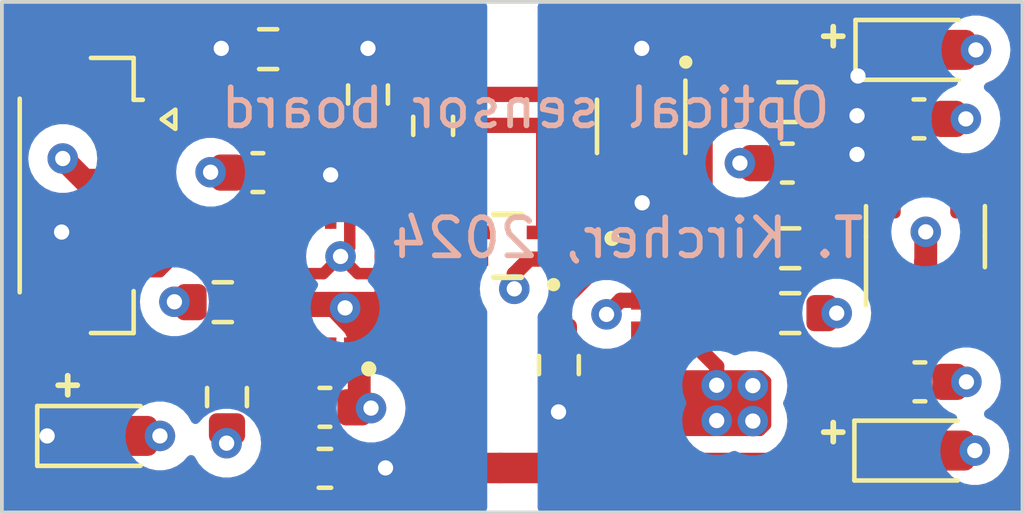
<source format=kicad_pcb>
(kicad_pcb (version 20240108) (generator "pcbnew") (generator_version "8.0")
  (layers (0 "F.Cu" signal) (1 "In1.Cu" signal) (2 "In2.Cu" signal) (31 "B.Cu" signal) (34 "B.Paste" user) (35 "F.Paste" user) (36 "B.SilkS" user "B.Silkscreen") (37 "F.SilkS" user "F.Silkscreen") (38 "B.Mask" user) (39 "F.Mask" user) (44 "Edge.Cuts" user))
  (net 0 "")
  (net 1 "+3V3")
  (net 2 "GNDD")
  (net 3 "Net-(U1-VDDA)")
  (net 4 "GNDA")
  (net 5 "+1V8")
  (net 6 "SCL_1v8")
  (net 7 "SDA_3v3")
  (net 8 "SDA_1v8")
  (net 9 "SCL_3v3")
  (net 10 "Net-(U1-REXT)")
  (net 11 "Net-(U2-INT)")
  (net 12 "Net-(U2-GPIO)")
  (net 13 "Net-(D1-K)")
  (net 15 "SCL_3v3_jumper")
  (net 16 "READY")
  (net 17 "SYN")
  (footprint "Capacitor_Tantalum_SMD:CP_EIA-2012-12_Kemet-R" (layer "F.Cu") (at 155.3144 73.279)
    (property "Reference" "C6" (hide yes))
    (property "Value" "4.7uF" (hide yes))
    (fp_line (start -1.71 -0.785) (end -1.71 0.785) (stroke (width 0.12)) (layer "F.SilkS"))
    (fp_line (start -1.71 0.785) (end 1 0.785) (stroke (width 0.12)) (layer "F.SilkS"))
    (fp_line (start 1 -0.785) (end -1.71 -0.785) (stroke (width 0.12)) (layer "F.SilkS"))
    (pad "1" smd roundrect (at -0.8875 0) (size 1.125 1.05) (layers "F.Cu" "F.Paste" "F.Mask") (roundrect_rratio 0.238095) (net 5 "+1V8"))
    (pad "2" smd roundrect (at 0.8875 0) (size 1.125 1.05) (layers "F.Cu" "F.Paste" "F.Mask") (roundrect_rratio 0.238095) (net 2 "GNDD"))
  )
  (footprint "Resistor_SMD:R_0603_1608Metric" (layer "F.Cu") (at 138.19 73.26 180)
    (property "Reference" "R8" (hide yes))
    (property "Value" "2.2k" (hide yes))
    (fp_line (start -0.237258 0.5225) (end 0.237258 0.5225) (stroke (width 0.12)) (layer "F.SilkS"))
    (fp_line (start -0.237258 -0.5225) (end 0.237258 -0.5225) (stroke (width 0.12)) (layer "F.SilkS"))
    (pad "1" smd roundrect (at -0.825 0 180) (size 0.8 0.95) (layers "F.Cu" "F.Paste" "F.Mask") (net 9 "SCL_3v3"))
    (pad "2" smd roundrect (at 0.825 0 180) (size 0.8 0.95) (layers "F.Cu" "F.Paste" "F.Mask") (net 1 "+3V3"))
  )
  (footprint "Resistor_SMD:R_0603_1608Metric" (layer "F.Cu") (at 140.81 74.45 90)
    (property "Reference" "R7" (hide yes))
    (property "Value" "2.2k" (hide yes))
    (fp_line (start -0.237258 -0.5225) (end 0.237258 -0.5225) (stroke (width 0.12)) (layer "F.SilkS"))
    (fp_line (start -0.237258 0.5225) (end 0.237258 0.5225) (stroke (width 0.12)) (layer "F.SilkS"))
    (pad "1" smd roundrect (at -0.825 0 90) (size 0.8 0.95) (layers "F.Cu" "F.Paste" "F.Mask") (net 7 "SDA_3v3"))
    (pad "2" smd roundrect (at 0.825 0 90) (size 0.8 0.95) (layers "F.Cu" "F.Paste" "F.Mask") (net 1 "+3V3"))
  )
  (footprint "Wearable_sensors:VEML6040A3OG" (layer "F.Cu") (at 144.47 78.42 180)
    (property "Reference" "LED1" (hide yes))
    (property "Value" "VEML6040A3OG" (hide yes))
    (fp_line (start 0.356873 -0.8255) (end -0.356873 -0.8255) (stroke (width 0.1524)) (layer "F.SilkS"))
    (fp_line (start -0.356873 0.8255) (end 0.356873 0.8255) (stroke (width 0.1524)) (layer "F.SilkS"))
    (pad "1" smd rect (at -0.950001 -0.349999 180) (size 0.889 0.3556) (layers "F.Cu" "F.Paste" "F.Mask") (net 2 "GNDD"))
    (pad "2" smd rect (at -0.950001 0.349999 180) (size 0.889 0.3556) (layers "F.Cu" "F.Paste" "F.Mask") (net 7 "SDA_3v3"))
    (pad "3" smd rect (at 0.899001 0.349999 180) (size 0.9906 0.3556) (layers "F.Cu" "F.Paste" "F.Mask") (net 15 "SCL_3v3_jumper"))
    (pad "4" smd rect (at 0.950001 -0.349999 180) (size 0.889 0.3556) (layers "F.Cu" "F.Paste" "F.Mask") (net 1 "+3V3"))
  )
  (footprint "Package_TO_SOT_SMD:SOT-23-5" (layer "F.Cu") (at 155.44 78.18 90)
    (property "Reference" "U3" (hide yes))
    (property "Value" "LP3990" (hide yes))
    (fp_line (start 0 -1.56) (end 0.8 -1.56) (stroke (width 0.12)) (layer "F.SilkS"))
    (fp_line (start 0 -1.56) (end -1.8 -1.56) (stroke (width 0.12)) (layer "F.SilkS"))
    (fp_line (start 0 1.56) (end 0.8 1.56) (stroke (width 0.12)) (layer "F.SilkS"))
    (fp_line (start 0 1.56) (end -0.8 1.56) (stroke (width 0.12)) (layer "F.SilkS"))
    (pad "1" smd roundrect (at -1.1375 -0.95 90) (size 1.325 0.6) (layers "F.Cu" "F.Paste" "F.Mask") (net 1 "+3V3"))
    (pad "2" smd roundrect (at -1.1375 0 90) (size 1.325 0.6) (layers "F.Cu" "F.Paste" "F.Mask") (net 2 "GNDD"))
    (pad "3" smd roundrect (at -1.1375 0.95 90) (size 1.325 0.6) (layers "F.Cu" "F.Paste" "F.Mask") (net 1 "+3V3"))
    (pad "4" smd roundrect (at 1.1375 0.95 90) (size 1.325 0.6) (layers "F.Cu" "F.Paste" "F.Mask"))
    (pad "5" smd roundrect (at 1.1375 -0.95 90) (size 1.325 0.6) (layers "F.Cu" "F.Paste" "F.Mask") (net 5 "+1V8"))
  )
  (footprint "Capacitor_Tantalum_SMD:CP_EIA-2012-12_Kemet-R" (layer "F.Cu") (at 133.84 83.41)
    (property "Reference" "C8" (hide yes))
    (property "Value" "4.7uF" (hide yes))
    (fp_line (start -1.71 -0.785) (end -1.71 0.785) (stroke (width 0.12)) (layer "F.SilkS"))
    (fp_line (start -1.71 0.785) (end 1 0.785) (stroke (width 0.12)) (layer "F.SilkS"))
    (fp_line (start 1 -0.785) (end -1.71 -0.785) (stroke (width 0.12)) (layer "F.SilkS"))
    (pad "1" smd roundrect (at -0.8875 0) (size 1.125 1.05) (layers "F.Cu" "F.Paste" "F.Mask") (roundrect_rratio 0.238095) (net 1 "+3V3"))
    (pad "2" smd roundrect (at 0.8875 0) (size 1.125 1.05) (layers "F.Cu" "F.Paste" "F.Mask") (roundrect_rratio 0.238095) (net 2 "GNDD"))
  )
  (footprint "Resistor_SMD:R_0603_1608Metric" (layer "F.Cu") (at 137.11 82.39 -90)
    (property "Reference" "R1" (hide yes))
    (property "Value" "3.3M" (hide yes))
    (fp_line (start -0.237258 0.5225) (end 0.237258 0.5225) (stroke (width 0.12)) (layer "F.SilkS"))
    (fp_line (start -0.237258 -0.5225) (end 0.237258 -0.5225) (stroke (width 0.12)) (layer "F.SilkS"))
    (pad "1" smd roundrect (at -0.825 0 270) (size 0.8 0.95) (layers "F.Cu" "F.Paste" "F.Mask") (net 10 "Net-(U1-REXT)"))
    (pad "2" smd roundrect (at 0.825 0 270) (size 0.8 0.95) (layers "F.Cu" "F.Paste" "F.Mask") (net 4 "GNDA"))
  )
  (footprint "Resistor_SMD:R_0603_1608Metric" (layer "F.Cu") (at 151.8154 74.6506)
    (property "Reference" "R5" (hide yes))
    (property "Value" "2.2k" (hide yes))
    (fp_line (start -0.237258 -0.5225) (end 0.237258 -0.5225) (stroke (width 0.12)) (layer "F.SilkS"))
    (fp_line (start -0.237258 0.5225) (end 0.237258 0.5225) (stroke (width 0.12)) (layer "F.SilkS"))
    (pad "1" smd roundrect (at -0.825 0) (size 0.8 0.95) (layers "F.Cu" "F.Paste" "F.Mask") (net 8 "SDA_1v8"))
    (pad "2" smd roundrect (at 0.825 0) (size 0.8 0.95) (layers "F.Cu" "F.Paste" "F.Mask") (net 5 "+1V8"))
  )
  (footprint "Inductor_SMD:L_0603_1608Metric" (layer "F.Cu") (at 139.68 84.26 180)
    (property "Reference" "FB1" (hide yes))
    (property "Value" "Ferrite" (hide yes))
    (fp_line (start -0.162779 0.51) (end 0.162779 0.51) (stroke (width 0.12)) (layer "F.SilkS"))
    (fp_line (start -0.162779 -0.51) (end 0.162779 -0.51) (stroke (width 0.12)) (layer "F.SilkS"))
    (pad "1" smd roundrect (at -0.7875 0 180) (size 0.875 0.95) (layers "F.Cu" "F.Paste" "F.Mask") (net 1 "+3V3"))
    (pad "2" smd roundrect (at 0.7875 0 180) (size 0.875 0.95) (layers "F.Cu" "F.Paste" "F.Mask") (net 3 "Net-(U1-VDDA)"))
  )
  (footprint "Capacitor_SMD:C_0603_1608Metric" (layer "F.Cu") (at 155.2952 81.9912)
    (property "Reference" "C3" (hide yes))
    (property "Value" "1uF" (hide yes))
    (fp_line (start -0.14058 -0.51) (end 0.14058 -0.51) (stroke (width 0.12)) (layer "F.SilkS"))
    (fp_line (start -0.14058 0.51) (end 0.14058 0.51) (stroke (width 0.12)) (layer "F.SilkS"))
    (pad "1" smd roundrect (at -0.775 0) (size 0.9 0.95) (layers "F.Cu" "F.Paste" "F.Mask") (net 1 "+3V3"))
    (pad "2" smd roundrect (at 0.775 0) (size 0.9 0.95) (layers "F.Cu" "F.Paste" "F.Mask") (net 2 "GNDD"))
  )
  (footprint "Package_TO_SOT_SMD:SOT-363_SC-70-6" (layer "F.Cu") (at 147.98 75.2856 -90)
    (property "Reference" "Q1" (hide yes))
    (property "Value" "BSS138" (hide yes))
    (fp_line (start -0.7 1.16) (end 0.7 1.16) (stroke (width 0.12)) (layer "F.SilkS"))
    (fp_line (start 0.7 -1.16) (end -1.2 -1.16) (stroke (width 0.12)) (layer "F.SilkS"))
    (pad "1" smd rect (at -0.95 -0.65 270) (size 0.65 0.4) (layers "F.Cu" "F.Paste" "F.Mask") (net 8 "SDA_1v8"))
    (pad "2" smd rect (at -0.95 0 270) (size 0.65 0.4) (layers "F.Cu" "F.Paste" "F.Mask") (net 5 "+1V8"))
    (pad "3" smd rect (at -0.95 0.65 270) (size 0.65 0.4) (layers "F.Cu" "F.Paste" "F.Mask") (net 9 "SCL_3v3"))
    (pad "4" smd rect (at 0.95 0.65 270) (size 0.65 0.4) (layers "F.Cu" "F.Paste" "F.Mask") (net 6 "SCL_1v8"))
    (pad "5" smd rect (at 0.95 0 270) (size 0.65 0.4) (layers "F.Cu" "F.Paste" "F.Mask") (net 5 "+1V8"))
    (pad "6" smd rect (at 0.95 -0.65 270) (size 0.65 0.4) (layers "F.Cu" "F.Paste" "F.Mask") (net 7 "SDA_3v3"))
  )
  (footprint "Resistor_SMD:R_0603_1608Metric" (layer "F.Cu") (at 151.8916 80.1878 180)
    (property "Reference" "R4" (hide yes))
    (property "Value" "10k" (hide yes))
    (fp_line (start -0.237258 0.5225) (end 0.237258 0.5225) (stroke (width 0.12)) (layer "F.SilkS"))
    (fp_line (start -0.237258 -0.5225) (end 0.237258 -0.5225) (stroke (width 0.12)) (layer "F.SilkS"))
    (pad "1" smd roundrect (at -0.825 0 180) (size 0.8 0.95) (layers "F.Cu" "F.Paste" "F.Mask") (net 2 "GNDD"))
    (pad "2" smd roundrect (at 0.825 0 180) (size 0.8 0.95) (layers "F.Cu" "F.Paste" "F.Mask") (net 12 "Net-(U2-GPIO)"))
  )
  (footprint "Resistor_SMD:R_0603_1608Metric" (layer "F.Cu") (at 151.8916 78.486)
    (property "Reference" "R3" (hide yes))
    (property "Value" "10k" (hide yes))
    (fp_line (start -0.237258 -0.5225) (end 0.237258 -0.5225) (stroke (width 0.12)) (layer "F.SilkS"))
    (fp_line (start -0.237258 0.5225) (end 0.237258 0.5225) (stroke (width 0.12)) (layer "F.SilkS"))
    (pad "1" smd roundrect (at -0.825 0) (size 0.8 0.95) (layers "F.Cu" "F.Paste" "F.Mask") (net 11 "Net-(U2-INT)"))
    (pad "2" smd roundrect (at 0.825 0) (size 0.8 0.95) (layers "F.Cu" "F.Paste" "F.Mask") (net 5 "+1V8"))
  )
  (footprint "Connector_Hirose:Hirose_DF52-6S-0.8H_1x06-1MP_P0.80mm_Horizontal" (layer "F.Cu") (at 133.29 77.1 -90)
    (property "Reference" "J2" (hide yes))
    (property "Value" "Conn_01x06_Shielded" (hide yes))
    (fp_line (start -2.54 1.62) (end 2.54 1.62) (stroke (width 0.12)) (layer "F.SilkS"))
    (fp_line (start -3.61 -0.25) (end -3.61 -1.37) (stroke (width 0.12)) (layer "F.SilkS"))
    (fp_line (start 3.61 -0.25) (end 3.61 -1.37) (stroke (width 0.12)) (layer "F.SilkS"))
    (fp_line (start -3.61 -1.37) (end -2.51 -1.37) (stroke (width 0.12)) (layer "F.SilkS"))
    (fp_line (start -2.51 -1.37) (end -2.51 -1.61) (stroke (width 0.12)) (layer "F.SilkS"))
    (fp_line (start 3.61 -1.37) (end 2.51 -1.37) (stroke (width 0.12)) (layer "F.SilkS"))
    (fp_line (start -2 -2.11) (end -1.75 -2.463553) (stroke (width 0.12)) (layer "F.SilkS"))
    (fp_line (start -2.25 -2.463553) (end -2 -2.11) (stroke (width 0.12)) (layer "F.SilkS"))
    (fp_line (start -1.75 -2.463553) (end -2.25 -2.463553) (stroke (width 0.12)) (layer "F.SilkS"))
    (pad "1" smd roundrect (at -2 -1.11 270) (size 0.5 1) (layers "F.Cu" "F.Paste" "F.Mask") (net 9 "SCL_3v3"))
    (pad "2" smd roundrect (at -1.2 -1.11 270) (size 0.5 1) (layers "F.Cu" "F.Paste" "F.Mask") (net 7 "SDA_3v3"))
    (pad "3" smd roundrect (at -0.4 -1.11 270) (size 0.5 1) (layers "F.Cu" "F.Paste" "F.Mask") (net 2 "GNDD"))
    (pad "4" smd roundrect (at 0.4 -1.11 270) (size 0.5 1) (layers "F.Cu" "F.Paste" "F.Mask") (net 1 "+3V3"))
    (pad "5" smd roundrect (at 1.2 -1.11 270) (size 0.5 1) (layers "F.Cu" "F.Paste" "F.Mask") (net 16 "READY"))
    (pad "6" smd roundrect (at 2 -1.11 270) (size 0.5 1) (layers "F.Cu" "F.Paste" "F.Mask") (net 17 "SYN"))
    (pad "MP" smd roundrect (at -3.25 0.81 270) (size 0.9 1.6) (layers "F.Cu" "F.Paste" "F.Mask"))
    (pad "MP" smd roundrect (at 3.25 0.81 270) (size 0.9 1.6) (layers "F.Cu" "F.Paste" "F.Mask"))
  )
  (footprint "Wearable_sensors:AMS-OLGA16" (layer "F.Cu") (at 140.081 79.4004 180)
    (property "Reference" "U1" (hide yes))
    (property "Value" "AS7331" (hide yes))
    (fp_circle (center -0.75 -2.25) (end -0.65 -2.25) (stroke (width 0.2)) (fill none) (layer "F.SilkS"))
    (pad "1" smd roundrect (at -0.75 -1.575 180) (size 0.3 0.3) (layers "F.Cu" "F.Paste" "F.Mask") (roundrect_rratio 0) (chamfer_ratio 0.4) (chamfer bottom_right) (net 4 "GNDA") (clearance 0.1))
    (pad "2" smd rect (at -0.25 -1.575 180) (size 0.3 0.3) (layers "F.Cu" "F.Paste" "F.Mask") (net 4 "GNDA") (clearance 0.1))
    (pad "3" smd rect (at 0.25 -1.575 180) (size 0.3 0.3) (layers "F.Cu" "F.Paste" "F.Mask") (net 3 "Net-(U1-VDDA)") (clearance 0.1))
    (pad "4" smd rect (at 0.75 -1.575 180) (size 0.3 0.3) (layers "F.Cu" "F.Paste" "F.Mask") (net 10 "Net-(U1-REXT)") (clearance 0.1))
    (pad "5" smd rect (at 1.05 -0.75 180) (size 0.3 0.3) (layers "F.Cu" "F.Paste" "F.Mask") (net 4 "GNDA") (clearance 0.1))
    (pad "6" smd rect (at 1.05 -0.25 180) (size 0.3 0.3) (layers "F.Cu" "F.Paste" "F.Mask") (net 4 "GNDA") (clearance 0.1))
    (pad "7" smd rect (at 1.05 0.25 180) (size 0.3 0.3) (layers "F.Cu" "F.Paste" "F.Mask") (net 2 "GNDD") (clearance 0.1))
    (pad "8" smd rect (at 1.05 0.75 180) (size 0.3 0.3) (layers "F.Cu" "F.Paste" "F.Mask") (net 17 "SYN") (clearance 0.1))
    (pad "9" smd rect (at 0.75 1.575 180) (size 0.3 0.3) (layers "F.Cu" "F.Paste" "F.Mask") (net 16 "READY") (clearance 0.1))
    (pad "10" smd rect (at 0.25 1.575 180) (size 0.3 0.3) (layers "F.Cu" "F.Paste" "F.Mask") (net 1 "+3V3") (clearance 0.1))
    (pad "11" smd rect (at -0.25 1.575 180) (size 0.3 0.3) (layers "F.Cu" "F.Paste" "F.Mask") (net 2 "GNDD") (clearance 0.1))
    (pad "12" smd rect (at -0.75 1.575 180) (size 0.3 0.3) (layers "F.Cu" "F.Paste" "F.Mask") (net 7 "SDA_3v3") (clearance 0.1))
    (pad "13" smd rect (at -1.05 0.75 180) (size 0.3 0.3) (layers "F.Cu" "F.Paste" "F.Mask") (net 15 "SCL_3v3_jumper") (clearance 0.1))
    (pad "14" smd rect (at -1.05 0.25 180) (size 0.3 0.3) (layers "F.Cu" "F.Paste" "F.Mask") (net 2 "GNDD") (clearance 0.1))
    (pad "15" smd rect (at -1.05 -0.25 180) (size 0.3 0.3) (layers "F.Cu" "F.Paste" "F.Mask") (net 4 "GNDA") (clearance 0.1))
    (pad "16" smd rect (at -1.05 -0.75 180) (size 0.3 0.3) (layers "F.Cu" "F.Paste" "F.Mask") (net 4 "GNDA") (clearance 0.1))
  )
  (footprint "Capacitor_SMD:C_0603_1608Metric" (layer "F.Cu") (at 151.8154 76.2508 180)
    (property "Reference" "C5" (hide yes))
    (property "Value" "0.1uF" (hide yes))
    (fp_line (start -0.14058 0.51) (end 0.14058 0.51) (stroke (width 0.12)) (layer "F.SilkS"))
    (fp_line (start -0.14058 -0.51) (end 0.14058 -0.51) (stroke (width 0.12)) (layer "F.SilkS"))
    (pad "1" smd roundrect (at -0.775 0 180) (size 0.9 0.95) (layers "F.Cu" "F.Paste" "F.Mask") (net 5 "+1V8"))
    (pad "2" smd roundrect (at 0.775 0 180) (size 0.9 0.95) (layers "F.Cu" "F.Paste" "F.Mask") (net 2 "GNDD"))
  )
  (footprint "Wearable_sensors:Lumileds-LXZ2" (layer "F.Cu") (at 148.2848 82.55 -90)
    (property "Reference" "D1" (hide yes))
    (property "Value" "LED" (hide yes))
    (pad "1" smd roundrect (at -0.45 0.75 270) (size 0.55 0.35) (layers "F.Cu" "F.Paste" "F.Mask") (roundrect_rratio 0.2857142857) (net 13 "Net-(D1-K)"))
    (pad "2" smd roundrect (at 0.45 0.75 270) (size 0.55 0.35) (layers "F.Cu" "F.Paste" "F.Mask") (roundrect_rratio 0.2857142857) (net 1 "+3V3"))
    (pad "TH" smd roundrect (at 0 -0.3 270) (size 1.45 1.25) (property pad_prop_heatsink) (layers "F.Cu" "F.Mask") (roundrect_rratio 0.08) (net 2 "GNDD"))
  )
  (footprint "Capacitor_SMD:C_0603_1608Metric" (layer "F.Cu") (at 137.92 76.5 180)
    (property "Reference" "C1" (hide yes))
    (property "Value" "0.1uF" (hide yes))
    (fp_line (start -0.14058 0.51) (end 0.14058 0.51) (stroke (width 0.12)) (layer "F.SilkS"))
    (fp_line (start -0.14058 -0.51) (end 0.14058 -0.51) (stroke (width 0.12)) (layer "F.SilkS"))
    (pad "1" smd roundrect (at -0.775 0 180) (size 0.9 0.95) (layers "F.Cu" "F.Paste" "F.Mask") (net 1 "+3V3"))
    (pad "2" smd roundrect (at 0.775 0 180) (size 0.9 0.95) (layers "F.Cu" "F.Paste" "F.Mask") (net 2 "GNDD"))
  )
  (footprint "Resistor_SMD:R_0603_1608Metric" (layer "F.Cu") (at 142.5194 75.2724 90)
    (property "Reference" "R9" (hide yes))
    (property "Value" "0" (hide yes))
    (fp_line (start -0.237258 -0.5225) (end 0.237258 -0.5225) (stroke (width 0.12)) (layer "F.SilkS"))
    (fp_line (start -0.237258 0.5225) (end 0.237258 0.5225) (stroke (width 0.12)) (layer "F.SilkS"))
    (pad "1" smd roundrect (at -0.825 0 90) (size 0.8 0.95) (layers "F.Cu" "F.Paste" "F.Mask") (net 15 "SCL_3v3_jumper"))
    (pad "2" smd roundrect (at 0.825 0 90) (size 0.8 0.95) (layers "F.Cu" "F.Paste" "F.Mask") (net 9 "SCL_3v3"))
  )
  (footprint "Resistor_SMD:R_0603_1608Metric" (layer "F.Cu") (at 137 79.9)
    (property "Reference" "R2" (hide yes))
    (property "Value" "0" (hide yes))
    (fp_line (start -0.237258 -0.5225) (end 0.237258 -0.5225) (stroke (width 0.12)) (layer "F.SilkS"))
    (fp_line (start -0.237258 0.5225) (end 0.237258 0.5225) (stroke (width 0.12)) (layer "F.SilkS"))
    (pad "1" smd roundrect (at -0.825 0) (size 0.8 0.95) (layers "F.Cu" "F.Paste" "F.Mask") (net 2 "GNDD"))
    (pad "2" smd roundrect (at 0.825 0) (size 0.8 0.95) (layers "F.Cu" "F.Paste" "F.Mask") (net 4 "GNDA"))
  )
  (footprint "Wearable_sensors:AMS-OLGA8" (layer "F.Cu") (at 148.6404 79.4512 90)
    (property "Reference" "U2" (hide yes))
    (property "Value" "AS7343" (hide yes))
    (fp_circle (center 1.225 -1.425) (end 1.325 -1.425) (stroke (width 0.2)) (fill none) (layer "F.SilkS"))
    (pad "1" smd roundrect (at 1.2 -0.638 90) (size 0.488 0.575) (layers "F.Cu" "F.Paste" "F.Mask") (roundrect_rratio 0) (chamfer_ratio 0.4) (chamfer bottom_left) (net 5 "+1V8"))
    (pad "2" smd rect (at 0.4 -0.638 90) (size 0.488 0.575) (layers "F.Cu" "F.Paste" "F.Mask") (net 6 "SCL_1v8"))
    (pad "3" smd rect (at -0.4 -0.638 90) (size 0.488 0.575) (layers "F.Cu" "F.Paste" "F.Mask") (net 2 "GNDD"))
    (pad "4" smd rect (at -1.2 -0.638 90) (size 0.488 0.575) (layers "F.Cu" "F.Paste" "F.Mask") (net 13 "Net-(D1-K)"))
    (pad "5" smd rect (at -1.2 0.638 90) (size 0.488 0.575) (layers "F.Cu" "F.Paste" "F.Mask") (net 2 "GNDD"))
    (pad "6" smd rect (at -0.4 0.638 90) (size 0.488 0.575) (layers "F.Cu" "F.Paste" "F.Mask") (net 12 "Net-(U2-GPIO)"))
    (pad "7" smd rect (at 0.4 0.638 90) (size 0.488 0.575) (layers "F.Cu" "F.Paste" "F.Mask") (net 11 "Net-(U2-INT)"))
    (pad "8" smd rect (at 1.2 0.638 90) (size 0.488 0.575) (layers "F.Cu" "F.Paste" "F.Mask") (net 8 "SDA_1v8"))
  )
  (footprint "Capacitor_SMD:C_0603_1608Metric" (layer "F.Cu") (at 155.2698 75.09)
    (property "Reference" "C4" (hide yes))
    (property "Value" "1uF" (hide yes))
    (fp_line (start -0.14058 -0.51) (end 0.14058 -0.51) (stroke (width 0.12)) (layer "F.SilkS"))
    (fp_line (start -0.14058 0.51) (end 0.14058 0.51) (stroke (width 0.12)) (layer "F.SilkS"))
    (pad "1" smd roundrect (at -0.775 0) (size 0.9 0.95) (layers "F.Cu" "F.Paste" "F.Mask") (net 5 "+1V8"))
    (pad "2" smd roundrect (at 0.775 0) (size 0.9 0.95) (layers "F.Cu" "F.Paste" "F.Mask") (net 2 "GNDD"))
  )
  (footprint "Capacitor_Tantalum_SMD:CP_EIA-2012-12_Kemet-R" (layer "F.Cu") (at 155.2844 83.7946)
    (property "Reference" "C7" (hide yes))
    (property "Value" "4.7uF" (hide yes))
    (fp_line (start -1.71 -0.785) (end -1.71 0.785) (stroke (width 0.12)) (layer "F.SilkS"))
    (fp_line (start -1.71 0.785) (end 1 0.785) (stroke (width 0.12)) (layer "F.SilkS"))
    (fp_line (start 1 -0.785) (end -1.71 -0.785) (stroke (width 0.12)) (layer "F.SilkS"))
    (pad "1" smd roundrect (at -0.8875 0) (size 1.125 1.05) (layers "F.Cu" "F.Paste" "F.Mask") (roundrect_rratio 0.238095) (net 1 "+3V3"))
    (pad "2" smd roundrect (at 0.8875 0) (size 1.125 1.05) (layers "F.Cu" "F.Paste" "F.Mask") (roundrect_rratio 0.238095) (net 2 "GNDD"))
  )
  (footprint "Capacitor_SMD:C_0603_1608Metric" (layer "F.Cu") (at 139.68 82.66)
    (property "Reference" "C2" (hide yes))
    (property "Value" "0.1uF" (hide yes))
    (fp_line (start -0.14058 -0.51) (end 0.14058 -0.51) (stroke (width 0.12)) (layer "F.SilkS"))
    (fp_line (start -0.14058 0.51) (end 0.14058 0.51) (stroke (width 0.12)) (layer "F.SilkS"))
    (pad "1" smd roundrect (at -0.775 0) (size 0.9 0.95) (layers "F.Cu" "F.Paste" "F.Mask") (net 3 "Net-(U1-VDDA)"))
    (pad "2" smd roundrect (at 0.775 0) (size 0.9 0.95) (layers "F.Cu" "F.Paste" "F.Mask") (net 4 "GNDA"))
  )
  (footprint "Resistor_SMD:R_0603_1608Metric" (layer "F.Cu") (at 145.82 81.55 -90)
    (property "Reference" "R6" (hide yes))
    (property "Value" "2.2k" (hide yes))
    (fp_line (start -0.237258 0.5225) (end 0.237258 0.5225) (stroke (width 0.12)) (layer "F.SilkS"))
    (fp_line (start -0.237258 -0.5225) (end 0.237258 -0.5225) (stroke (width 0.12)) (layer "F.SilkS"))
    (pad "1" smd roundrect (at -0.825 0 270) (size 0.8 0.95) (layers "F.Cu" "F.Paste" "F.Mask") (net 6 "SCL_1v8"))
    (pad "2" smd roundrect (at 0.825 0 270) (size 0.8 0.95) (layers "F.Cu" "F.Paste" "F.Mask") (net 5 "+1V8"))
  )
  (gr_line (start 153.02 72.67) (end 153.02 73.17) (stroke (width 0.15)) (layer "F.SilkS"))
  (gr_line (start 152.77 83.31) (end 153.27 83.31) (stroke (width 0.15)) (layer "F.SilkS"))
  (gr_line (start 153.02 83.06) (end 153.02 83.56) (stroke (width 0.15)) (layer "F.SilkS"))
  (gr_line (start 132.68 82.08) (end 133.18 82.08) (stroke (width 0.15)) (layer "F.SilkS"))
  (gr_circle (center 149.15 73.6) (end 149.25 73.6) (stroke (width 0.15)) (fill solid) (layer "F.SilkS"))
  (gr_circle (center 145.68 79.44) (end 145.78 79.44) (stroke (width 0.15)) (fill solid) (layer "F.SilkS"))
  (gr_line (start 132.93 81.83) (end 132.93 82.33) (stroke (width 0.15)) (layer "F.SilkS"))
  (gr_line (start 152.77 72.92) (end 153.27 72.92) (stroke (width 0.15)) (layer "F.SilkS"))
  (gr_rect (start 131.2028 72.02) (end 157.9872 85.4188) (stroke (width 0.1)) (fill none) (layer "Edge.Cuts"))
  (gr_text "T. Kircher, 2024" (at 153.9 78.8 0) (layer "B.SilkS") (effects (font (size 1 1)) (justify left bottom mirror)))
  (gr_text "Optical sensor board" (at 153.02 75.39 0) (layer "B.SilkS") (effects (font (size 1 1)) (justify left bottom mirror)))
  (segment (start 154.3969 83.7946) (end 154.5244 83.6671) (width 0.8) (layer "F.Cu") (net 1))
  (segment (start 154.5244 83.6671) (end 154.5244 81.9954) (width 0.8) (layer "F.Cu") (net 1))
  (segment (start 153.9397 84.2518) (end 154.3969 83.7946) (width 0.8) (layer "F.Cu") (net 1))
  (segment (start 139.83 77.26) (end 139.831 77.261) (width 0.4) (layer "F.Cu") (net 1))
  (segment (start 136.98 73.26) (end 137.365 73.26) (width 0.6) (layer "F.Cu") (net 1))
  (segment (start 156.39 79.3175) (end 156.39 80.38) (width 0.4) (layer "F.Cu") (net 1))
  (segment (start 144.29 84.2518) (end 147.5228 84.2518) (width 0.8) (layer "F.Cu") (net 1))
  (segment (start 142.63 84.25) (end 142.63 79.27) (width 0.4) (layer "F.Cu") (net 1))
  (segment (start 147.5228 84.2518) (end 153.9397 84.2518) (width 0.8) (layer "F.Cu") (net 1))
  (segment (start 147.5348 84.2398) (end 147.5228 84.2518) (width 0.4) (layer "F.Cu") (net 1))
  (segment (start 139.83 76.56) (end 139.83 77.26) (width 0.4) (layer "F.Cu") (net 1))
  (segment (start 140.4675 84.26) (end 141.26 84.26) (width 0.6) (layer "F.Cu") (net 1))
  (segment (start 144.285 84.2468) (end 144.29 84.2518) (width 0.4) (layer "F.Cu") (net 1))
  (segment (start 147.5348 83) (end 147.5348 84.2398) (width 0.4) (layer "F.Cu") (net 1))
  (segment (start 142.63 79.27) (end 143.130001 78.769999) (width 0.4) (layer "F.Cu") (net 1))
  (segment (start 141.27 84.25) (end 142.63 84.25) (width 0.4) (layer "F.Cu") (net 1))
  (segment (start 133.33 77.5) (end 134.4 77.5) (width 0.6) (layer "F.Cu") (net 1))
  (segment (start 155.95 80.82) (end 154.49 80.82) (width 0.4) (layer "F.Cu") (net 1))
  (segment (start 132.77 78.06) (end 133.33 77.5) (width 0.6) (layer "F.Cu") (net 1))
  (segment (start 141.2718 84.2518) (end 144.29 84.2518) (width 0.8) (layer "F.Cu") (net 1))
  (segment (start 132.39 83.41) (end 132.9525 83.41) (width 0.6) (layer "F.Cu") (net 1))
  (segment (start 139.831 77.8254) (end 139.831 77.261) (width 0.3) (layer "F.Cu") (net 1))
  (segment (start 139.77 76.5) (end 139.83 76.56) (width 0.6) (layer "F.Cu") (net 1))
  (segment (start 156.39 80.38) (end 155.95 80.82) (width 0.4) (layer "F.Cu") (net 1))
  (segment (start 141.26 84.26) (end 141.27 84.25) (width 0.6) (layer "F.Cu") (net 1))
  (segment (start 138.695 76.5) (end 139.77 76.5) (width 0.6) (layer "F.Cu") (net 1))
  (segment (start 140.81 73.625) (end 140.81 73.24) (width 0.6) (layer "F.Cu") (net 1))
  (segment (start 154.49 79.3175) (end 154.49 81.961) (width 0.6) (layer "F.Cu") (net 1))
  (segment (start 141.27 84.25) (end 141.2718 84.2518) (width 0.8) (layer "F.Cu") (net 1))
  (segment (start 143.130001 78.769999) (end 143.519999 78.769999) (width 0.4) (layer "F.Cu") (net 1))
  (segment (start 154.5244 81.9954) (end 154.5202 81.9912) (width 0.8) (layer "F.Cu") (net 1))
  (segment (start 154.49 81.961) (end 154.5202 81.9912) (width 0.6) (layer "F.Cu") (net 1))
  (segment (start 136.96 73.24) (end 136.98 73.26) (width 0.6) (layer "F.Cu") (net 1))
  (via (at 141.27 84.25) (size 0.8) (drill 0.4) (layers "F.Cu" "B.Cu") (net 1))
  (via (at 132.39 83.41) (size 0.8) (drill 0.4) (layers "F.Cu" "B.Cu") (net 1))
  (via (at 140.81 73.24) (size 0.8) (drill 0.4) (layers "F.Cu" "B.Cu") (net 1))
  (via (at 132.77 78.06) (size 0.8) (drill 0.4) (layers "F.Cu" "B.Cu") (net 1))
  (via (at 136.96 73.24) (size 0.8) (drill 0.4) (layers "F.Cu" "B.Cu") (net 1))
  (via (at 139.83 76.56) (size 0.8) (drill 0.4) (layers "F.Cu" "B.Cu") (net 1))
  (segment (start 140.331 77.8254) (end 140.331 78.459) (width 0.3) (layer "F.Cu") (net 2))
  (segment (start 149.9612 81.5848) (end 149.2784 80.902) (width 0.4) (layer "F.Cu") (net 2))
  (segment (start 156.7344 83.7946) (end 156.1719 83.7946) (width 0.8) (layer "F.Cu") (net 2))
  (segment (start 147.07 80.22) (end 147.4388 79.8512) (width 0.4) (layer "F.Cu") (net 2))
  (segment (start 155.4476 78.0542) (end 155.4476 79.3099) (width 0.6) (layer "F.Cu") (net 2))
  (segment (start 153.1108 80.1878) (end 152.7166 80.1878) (width 0.6) (layer "F.Cu") (net 2))
  (segment (start 156.7634 73.279) (end 156.2019 73.279) (width 0.8) (layer "F.Cu") (net 2))
  (segment (start 141.131 79.1504) (end 140.5404 79.1504) (width 0.3) (layer "F.Cu") (net 2))
  (segment (start 149.2784 80.902) (end 149.2784 80.6512) (width 0.4) (layer "F.Cu") (net 2))
  (segment (start 136.68 76.49) (end 136.69 76.5) (width 0.6) (layer "F.Cu") (net 2))
  (segment (start 135.35 83.41) (end 134.7275 83.41) (width 0.6) (layer "F.Cu") (net 2))
  (segment (start 135.74 79.9) (end 136.175 79.9) (width 0.6) (layer "F.Cu") (net 2))
  (segment (start 135.73 79.89) (end 135.74 79.9) (width 0.6) (layer "F.Cu") (net 2))
  (segment (start 145.040001 78.769999) (end 145.420001 78.769999) (width 0.4) (layer "F.Cu") (net 2))
  (segment (start 140.5404 79.1504) (end 140.09 78.7) (width 0.3) (layer "F.Cu") (net 2))
  (segment (start 156.5 75.09) (end 156.0448 75.09) (width 0.6) (layer "F.Cu") (net 2))
  (segment (start 155.4476 79.3099) (end 155.44 79.3175) (width 0.6) (layer "F.Cu") (net 2))
  (segment (start 149.9612 82.08) (end 149.9612 81.5848) (width 0.4) (layer "F.Cu") (net 2))
  (segment (start 150.5708 76.2508) (end 151.0404 76.2508) (width 0.6) (layer "F.Cu") (net 2))
  (segment (start 132.8 76.13) (end 133.37 76.7) (width 0.6) (layer "F.Cu") (net 2))
  (segment (start 156.5144 81.9912) (end 156.0702 81.9912) (width 0.6) (layer "F.Cu") (net 2))
  (segment (start 156.7644 73.28) (end 156.7634 73.279) (width 0.8) (layer "F.Cu") (net 2))
  (segment (start 140.331 78.459) (end 140.09 78.7) (width 0.3) (layer "F.Cu") (net 2))
  (segment (start 144.65 79.55) (end 144.65 79.16) (width 0.4) (layer "F.Cu") (net 2))
  (segment (start 136.69 76.5) (end 137.145 76.5) (width 0.6) (layer "F.Cu") (net 2))
  (segment (start 147.4388 79.8512) (end 148.0024 79.8512) (width 0.4) (layer "F.Cu") (net 2))
  (segment (start 133.37 76.7) (end 134.4 76.7) (width 0.6) (layer "F.Cu") (net 2))
  (segment (start 144.65 79.16) (end 145.040001 78.769999) (width 0.4) (layer "F.Cu") (net 2))
  (segment (start 139.6396 79.1504) (end 140.09 78.7) (width 0.3) (layer "F.Cu") (net 2))
  (segment (start 139.031 79.1504) (end 139.6396 79.1504) (width 0.3) (layer "F.Cu") (net 2))
  (via (at 156.7344 83.7946) (size 0.8) (drill 0.4) (layers "F.Cu" "B.Cu") (net 2))
  (via (at 153.1108 80.1878) (size 0.8) (drill 0.4) (layers "F.Cu" "B.Cu") (net 2))
  (via (at 155.4476 78.0542) (size 0.8) (drill 0.4) (layers "F.Cu" "B.Cu") (net 2))
  (via (at 132.8 76.13) (size 0.8) (drill 0.4) (layers "F.Cu" "B.Cu") (net 2))
  (via (at 135.73 79.89) (size 0.8) (drill 0.4) (layers "F.Cu" "B.Cu") (net 2))
  (via (at 150.91 83.02) (size 0.8) (drill 0.4) (layers "F.Cu" "B.Cu") (net 2))
  (via (at 156.5144 81.9912) (size 0.8) (drill 0.4) (layers "F.Cu" "B.Cu") (net 2))
  (via (at 150.91 82.09) (size 0.8) (drill 0.4) (layers "F.Cu" "B.Cu") (net 2))
  (via (at 136.68 76.49) (size 0.8) (drill 0.4) (layers "F.Cu" "B.Cu") (net 2))
  (via (at 156.5 75.09) (size 0.8) (drill 0.4) (layers "F.Cu" "B.Cu") (net 2))
  (via (at 149.9612 83.0072) (size 0.8) (drill 0.4) (layers "F.Cu" "B.Cu") (net 2))
  (via (at 140.09 78.7) (size 0.8) (drill 0.4) (layers "F.Cu" "B.Cu") (net 2))
  (via (at 156.7644 73.28) (size 0.8) (drill 0.4) (layers "F.Cu" "B.Cu") (net 2))
  (via (at 135.35 83.41) (size 0.8) (drill 0.4) (layers "F.Cu" "B.Cu") (net 2))
  (via (at 144.65 79.55) (size 0.8) (drill 0.4) (layers "F.Cu" "B.Cu") (net 2))
  (via (at 149.9612 82.08) (size 0.8) (drill 0.4) (layers "F.Cu" "B.Cu") (net 2))
  (via (at 147.07 80.22) (size 0.8) (drill 0.4) (layers "F.Cu" "B.Cu") (net 2))
  (via (at 150.5708 76.2508) (size 0.8) (drill 0.4) (layers "F.Cu" "B.Cu") (net 2))
  (segment (start 138.8925 82.6725) (end 138.905 82.66) (width 0.6) (layer "F.Cu") (net 3))
  (segment (start 138.905 82.495) (end 138.905 82.66) (width 0.6) (layer "F.Cu") (net 3))
  (segment (start 138.8925 84.26) (end 138.8925 82.6725) (width 0.6) (layer "F.Cu") (net 3))
  (segment (start 139.792 81.72) (end 139.68 81.72) (width 0.3) (layer "F.Cu") (net 3))
  (segment (start 139.831 81.681) (end 139.792 81.72) (width 0.3) (layer "F.Cu") (net 3))
  (segment (start 139.831 80.9754) (end 139.831 81.681) (width 0.3) (layer "F.Cu") (net 3))
  (segment (start 139.68 81.72) (end 138.905 82.495) (width 0.6) (layer "F.Cu") (net 3))
  (segment (start 139.031 79.9) (end 139.031 80.1504) (width 0.3) (layer "F.Cu") (net 4))
  (segment (start 140.831 80.9754) (end 140.58 80.9754) (width 0.3) (layer "F.Cu") (net 4))
  (segment (start 140.58 80.9754) (end 140.331 80.9754) (width 0.3) (layer "F.Cu") (net 4))
  (segment (start 137.11 83.215) (end 137.11 83.59) (width 0.6) (layer "F.Cu") (net 4))
  (segment (start 139.031 79.6504) (end 139.031 79.9) (width 0.3) (layer "F.Cu") (net 4))
  (segment (start 137.825 79.9) (end 139.031 79.9) (width 0.6) (layer "F.Cu") (net 4))
  (segment (start 140.89 82.68) (end 140.475 82.68) (width 0.6) (layer "F.Cu") (net 4))
  (segment (start 140.58 80.9754) (end 140.58 82.535) (width 0.6) (layer "F.Cu") (net 4))
  (segment (start 137.11 83.59) (end 137.1 83.6) (width 0.6) (layer "F.Cu") (net 4))
  (segment (start 140.58 82.535) (end 140.455 82.66) (width 0.6) (layer "F.Cu") (net 4))
  (via (at 140.21 80.05) (size 0.8) (drill 0.4) (layers "F.Cu" "B.Cu") (net 4))
  (via (at 140.89 82.68) (size 0.8) (drill 0.4) (layers "F.Cu" "B.Cu") (net 4))
  (via (at 137.1 83.6) (size 0.8) (drill 0.4) (layers "F.Cu" "B.Cu") (net 4))
  (segment (start 154.4948 75.4256) (end 154.4948 75.09) (width 0.6) (layer "F.Cu") (net 5))
  (segment (start 154.4948 75.09) (end 154.4948 73.3469) (width 0.8) (layer "F.Cu") (net 5))
  (segment (start 147.9944 73.24) (end 147.98 73.2544) (width 0.4) (layer "F.Cu") (net 5))
  (segment (start 145.82 82.77) (end 145.82 82.375) (width 0.6) (layer "F.Cu") (net 5))
  (segment (start 148.0054 77.2922) (end 148.0024 77.2952) (width 0.4) (layer "F.Cu") (net 5))
  (segment (start 154.4948 73.3469) (end 154.4269 73.279) (width 0.8) (layer "F.Cu") (net 5))
  (segment (start 153.3821 77.0425) (end 154.49 77.0425) (width 0.6) (layer "F.Cu") (net 5))
  (segment (start 147.98 73.2544) (end 147.98 74.3356) (width 0.4) (layer "F.Cu") (net 5))
  (segment (start 154.49 77.0425) (end 154.4948 77.0377) (width 0.6) (layer "F.Cu") (net 5))
  (segment (start 147.98 76.2356) (end 147.98 77.2668) (width 0.4) (layer "F.Cu") (net 5))
  (segment (start 152.7166 76.377) (end 152.5904 76.2508) (width 0.6) (layer "F.Cu") (net 5))
  (segment (start 154.4948 77.0377) (end 154.4948 75.09) (width 0.6) (layer "F.Cu") (net 5))
  (segment (start 147.98 77.2668) (end 148.0054 77.2922) (width 0.4) (layer "F.Cu") (net 5))
  (segment (start 152.7166 78.486) (end 152.7166 76.377) (width 0.4) (layer "F.Cu") (net 5))
  (segment (start 145.81 82.78) (end 145.82 82.77) (width 0.6) (layer "F.Cu") (net 5))
  (segment (start 152.5904 76.2508) (end 153.3821 77.0425) (width 0.6) (layer "F.Cu") (net 5))
  (segment (start 148.0024 77.2952) (end 148.0024 78.2512) (width 0.4) (layer "F.Cu") (net 5))
  (via (at 145.81 82.78) (size 0.8) (drill 0.4) (layers "F.Cu" "B.Cu") (net 5))
  (via (at 153.6442 75.0062) (size 0.8) (drill 0.4) (layers "F.Cu" "B.Cu") (net 5))
  (via (at 153.6442 76.0222) (size 0.8) (drill 0.4) (layers "F.Cu" "B.Cu") (net 5))
  (via (at 153.6696 73.9648) (size 0.8) (drill 0.4) (layers "F.Cu" "B.Cu") (net 5))
  (via (at 147.9944 73.24) (size 0.8) (drill 0.4) (layers "F.Cu" "B.Cu") (net 5))
  (via (at 148.0054 77.2922) (size 0.8) (drill 0.4) (layers "F.Cu" "B.Cu") (net 5))
  (segment (start 147.33 76.2356) (end 147.33 76.5452) (width 0.4) (layer "F.Cu") (net 6))
  (segment (start 145.82 79.9856) (end 146.7544 79.0512) (width 0.4) (layer "F.Cu") (net 6))
  (segment (start 145.82 80.725) (end 145.82 79.9856) (width 0.4) (layer "F.Cu") (net 6))
  (segment (start 148.0024 79.0512) (end 146.7544 79.0512) (width 0.4) (layer "F.Cu") (net 6))
  (segment (start 147.33 76.5452) (end 146.7544 77.1208) (width 0.4) (layer "F.Cu") (net 6))
  (segment (start 146.7544 77.1208) (end 146.7544 79.0512) (width 0.4) (layer "F.Cu") (net 6))
  (segment (start 143.580002 75.260202) (end 143.58 75.2602) (width 0.4) (layer "F.Cu") (net 7))
  (segment (start 140.8248 75.2602) (end 143.58 75.2602) (width 0.4) (layer "F.Cu") (net 7))
  (segment (start 140.831 77.1652) (end 140.831 77.8254) (width 0.3) (layer "F.Cu") (net 7))
  (segment (start 135.7 75.9) (end 134.4 75.9) (width 0.4) (layer "F.Cu") (net 7))
  (segment (start 144.12 75.2602) (end 148.3296 75.2602) (width 0.4) (layer "F.Cu") (net 7))
  (segment (start 140.81 75.275) (end 136.325 75.275) (width 0.4) (layer "F.Cu") (net 7))
  (segment (start 140.831 77.1652) (end 140.831 75.2602) (width 0.4) (layer "F.Cu") (net 7))
  (segment (start 140.81 75.275) (end 140.8248 75.2602) (width 0.4) (layer "F.Cu") (net 7))
  (segment (start 148.63 75.5606) (end 148.63 76.2356) (width 0.4) (layer "F.Cu") (net 7))
  (segment (start 143.58 75.2602) (end 144.12 75.2602) (width 0.4) (layer "F.Cu") (net 7))
  (segment (start 145.420001 78.070001) (end 145.420001 75.2602) (width 0.4) (layer "F.Cu") (net 7))
  (segment (start 140.775 75.24) (end 140.81 75.275) (width 0.4) (layer "F.Cu") (net 7))
  (segment (start 136.325 75.275) (end 135.7 75.9) (width 0.4) (layer "F.Cu") (net 7))
  (segment (start 148.3296 75.2602) (end 148.63 75.5606) (width 0.4) (layer "F.Cu") (net 7))
  (segment (start 149.2784 78.2512) (end 149.6564 77.8732) (width 0.4) (layer "F.Cu") (net 8))
  (segment (start 149.6564 77.8732) (end 149.6564 74.6506) (width 0.4) (layer "F.Cu") (net 8))
  (segment (start 150.4438 74.6506) (end 150.9904 74.6506) (width 0.4) (layer "F.Cu") (net 8))
  (segment (start 149.5802 74.6506) (end 149.2652 74.3356) (width 0.4) (layer "F.Cu") (net 8))
  (segment (start 149.2652 74.3356) (end 148.63 74.3356) (width 0.4) (layer "F.Cu") (net 8))
  (segment (start 150.9904 74.6506) (end 149.5802 74.6506) (width 0.4) (layer "F.Cu") (net 8))
  (segment (start 142.5194 74.4474) (end 147.2182 74.4474) (width 0.4) (layer "F.Cu") (net 9))
  (segment (start 142.5194 74.4474) (end 139.02 74.4474) (width 0.4) (layer "F.Cu") (net 9))
  (segment (start 147.2182 74.4474) (end 147.33 74.3356) (width 0.4) (layer "F.Cu") (net 9))
  (segment (start 139.02 74.4474) (end 135.8526 74.4474) (width 0.4) (layer "F.Cu") (net 9))
  (segment (start 139.015 74.4424) (end 139.02 74.4474) (width 0.4) (layer "F.Cu") (net 9))
  (segment (start 138.99 73.235) (end 138.99 73.06) (width 0.4) (layer "F.Cu") (net 9))
  (segment (start 135.8526 74.4474) (end 135.2 75.1) (width 0.4) (layer "F.Cu") (net 9))
  (segment (start 139.015 73.26) (end 138.99 73.235) (width 0.4) (layer "F.Cu") (net 9))
  (segment (start 139.015 73.26) (end 139.015 74.4424) (width 0.4) (layer "F.Cu") (net 9))
  (segment (start 142.512 74.44) (end 142.5194 74.4474) (width 0.4) (layer "F.Cu") (net 9))
  (segment (start 135.2 75.1) (end 134.4 75.1) (width 0.4) (layer "F.Cu") (net 9))
  (segment (start 137.6996 80.9754) (end 137.11 81.565) (width 0.4) (layer "F.Cu") (net 10))
  (segment (start 138.58 80.9754) (end 137.6996 80.9754) (width 0.4) (layer "F.Cu") (net 10))
  (segment (start 139.331 80.9754) (end 138.58 80.9754) (width 0.3) (layer "F.Cu") (net 10))
  (segment (start 150.4184 78.486) (end 151.0666 78.486) (width 0.4) (layer "F.Cu") (net 11))
  (segment (start 149.2784 79.0512) (end 149.8532 79.0512) (width 0.4) (layer "F.Cu") (net 11))
  (segment (start 149.8532 79.0512) (end 150.4184 78.486) (width 0.4) (layer "F.Cu") (net 11))
  (segment (start 149.904 79.8512) (end 150.2406 80.1878) (width 0.4) (layer "F.Cu") (net 12))
  (segment (start 150.2406 80.1878) (end 151.0666 80.1878) (width 0.4) (layer "F.Cu") (net 12))
  (segment (start 149.2784 79.8512) (end 149.904 79.8512) (width 0.4) (layer "F.Cu") (net 12))
  (segment (start 147.5348 81.522) (end 148.0024 81.0544) (width 0.4) (layer "F.Cu") (net 13))
  (segment (start 147.5348 82.1) (end 147.5348 81.522) (width 0.4) (layer "F.Cu") (net 13))
  (segment (start 148.0024 81.0544) (end 148.0024 80.6512) (width 0.4) (layer "F.Cu") (net 13))
  (segment (start 143.570999 78.070001) (end 142.5194 78.070001) (width 0.4) (layer "F.Cu") (net 15))
  (segment (start 141.939001 78.6504) (end 141.131 78.6504) (width 0.3) (layer "F.Cu") (net 15))
  (segment (start 142.5194 78.070001) (end 142.5194 76.0974) (width 0.4) (layer "F.Cu") (net 15))
  (segment (start 142.5194 78.070001) (end 141.939001 78.6504) (width 0.3) (layer "F.Cu") (net 15))
  (segment (start 135.4296 77.8254) (end 134.955 78.3) (width 0.3) (layer "F.Cu") (net 16))
  (segment (start 134.955 78.3) (end 134.4 78.3) (width 0.3) (layer "F.Cu") (net 16))
  (segment (start 139.331 77.8254) (end 135.4296 77.8254) (width 0.3) (layer "F.Cu") (net 16))
  (segment (start 135.7996 78.6504) (end 135.35 79.1) (width 0.3) (layer "F.Cu") (net 17))
  (segment (start 135.35 79.1) (end 134.4 79.1) (width 0.3) (layer "F.Cu") (net 17))
  (segment (start 139.031 78.6504) (end 135.7996 78.6504) (width 0.3) (layer "F.Cu") (net 17))
  (zone (net 5) (net_name "+1V8") (layer "F.Cu") (priority 4) (connect_pads yes (clearance 0.4)) (min_thickness 0.2) (fill yes (thermal_gap 0.5) (thermal_bridge_width 0.5))
    (polygon (pts (xy 154.7364 72.771) (xy 153.568 72.771) (xy 152.1456 74.2188) (xy 152.1456 76.6318) (xy 152.8822 77.3684) (xy 154.75947 77.3684)))
  )
  (zone (net 4) (net_name "GNDA") (layer "F.Cu") (priority 3) (connect_pads yes (clearance 0.3)) (min_thickness 0.2) (fill yes (thermal_gap 0.5) (thermal_bridge_width 0.5))
    (polygon (pts (xy 138.89 79.63) (xy 141.27 79.63) (xy 141.27 80.8) (xy 140.97 81.1) (xy 140.19 81.1) (xy 140.19 80.7) (xy 139.8 80.29) (xy 138.89 80.29)))
  )
  (zone (net 2) (net_name "GNDD") (layer "F.Cu") (priority 2) (connect_pads yes (clearance 0.4)) (min_thickness 0.2) (fill yes (thermal_gap 0.5) (thermal_bridge_width 0.5))
    (polygon (pts (xy 148.9452 81.6864) (xy 151.151612 81.6864) (xy 151.3942 81.903453) (xy 151.3942 83.181) (xy 151.1616 83.4136) (xy 148.9452 83.4136)))
  )
  (zone (net 5) (net_name "+1V8") (layer "B.Cu") (priority 1) (connect_pads (clearance 0.5)) (min_thickness 0.25) (fill yes (thermal_gap 0.5) (thermal_bridge_width 0.5))
    (polygon (pts (xy 145.2614 72.0036) (xy 158.0102 72.0036) (xy 158.0102 85.4176) (xy 145.2614 85.4176)))
  )
  (zone (net 1) (net_name "+3V3") (layer "B.Cu") (priority 5) (connect_pads yes (clearance 0.5)) (min_thickness 0.25) (fill yes (thermal_gap 0.5) (thermal_bridge_width 0.5))
    (polygon (pts (xy 143.94 72.02) (xy 143.94 85.45) (xy 131.16 85.45) (xy 131.16 72.02)))
  )
)
</source>
